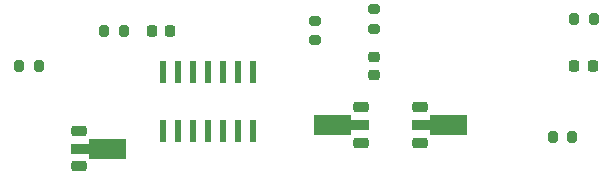
<source format=gbr>
%TF.GenerationSoftware,KiCad,Pcbnew,8.0.1*%
%TF.CreationDate,2024-03-24T23:46:15+02:00*%
%TF.ProjectId,_autosave-_autosave-Assignment 2,5f617574-6f73-4617-9665-2d5f6175746f,rev?*%
%TF.SameCoordinates,Original*%
%TF.FileFunction,Paste,Top*%
%TF.FilePolarity,Positive*%
%FSLAX46Y46*%
G04 Gerber Fmt 4.6, Leading zero omitted, Abs format (unit mm)*
G04 Created by KiCad (PCBNEW 8.0.1) date 2024-03-24 23:46:15*
%MOMM*%
%LPD*%
G01*
G04 APERTURE LIST*
G04 Aperture macros list*
%AMRoundRect*
0 Rectangle with rounded corners*
0 $1 Rounding radius*
0 $2 $3 $4 $5 $6 $7 $8 $9 X,Y pos of 4 corners*
0 Add a 4 corners polygon primitive as box body*
4,1,4,$2,$3,$4,$5,$6,$7,$8,$9,$2,$3,0*
0 Add four circle primitives for the rounded corners*
1,1,$1+$1,$2,$3*
1,1,$1+$1,$4,$5*
1,1,$1+$1,$6,$7*
1,1,$1+$1,$8,$9*
0 Add four rect primitives between the rounded corners*
20,1,$1+$1,$2,$3,$4,$5,0*
20,1,$1+$1,$4,$5,$6,$7,0*
20,1,$1+$1,$6,$7,$8,$9,0*
20,1,$1+$1,$8,$9,$2,$3,0*%
%AMFreePoly0*
4,1,9,3.862500,-0.866500,0.737500,-0.866500,0.737500,-0.450000,-0.737500,-0.450000,-0.737500,0.450000,0.737500,0.450000,0.737500,0.866500,3.862500,0.866500,3.862500,-0.866500,3.862500,-0.866500,$1*%
G04 Aperture macros list end*
%ADD10RoundRect,0.225000X-0.225000X-0.250000X0.225000X-0.250000X0.225000X0.250000X-0.225000X0.250000X0*%
%ADD11RoundRect,0.225000X0.225000X0.250000X-0.225000X0.250000X-0.225000X-0.250000X0.225000X-0.250000X0*%
%ADD12RoundRect,0.225000X-0.425000X-0.225000X0.425000X-0.225000X0.425000X0.225000X-0.425000X0.225000X0*%
%ADD13FreePoly0,0.000000*%
%ADD14RoundRect,0.200000X0.275000X-0.200000X0.275000X0.200000X-0.275000X0.200000X-0.275000X-0.200000X0*%
%ADD15RoundRect,0.200000X0.200000X0.275000X-0.200000X0.275000X-0.200000X-0.275000X0.200000X-0.275000X0*%
%ADD16RoundRect,0.200000X-0.275000X0.200000X-0.275000X-0.200000X0.275000X-0.200000X0.275000X0.200000X0*%
%ADD17RoundRect,0.225000X-0.250000X0.225000X-0.250000X-0.225000X0.250000X-0.225000X0.250000X0.225000X0*%
%ADD18RoundRect,0.225000X0.425000X0.225000X-0.425000X0.225000X-0.425000X-0.225000X0.425000X-0.225000X0*%
%ADD19FreePoly0,180.000000*%
%ADD20R,0.508000X1.981200*%
%ADD21RoundRect,0.200000X-0.200000X-0.275000X0.200000X-0.275000X0.200000X0.275000X-0.200000X0.275000X0*%
G04 APERTURE END LIST*
D10*
%TO.C,C2*%
X126225000Y-110000000D03*
X127775000Y-110000000D03*
%TD*%
D11*
%TO.C,C3*%
X163550000Y-113000000D03*
X162000000Y-113000000D03*
%TD*%
D12*
%TO.C,Q1*%
X120050000Y-118500000D03*
D13*
X120137500Y-120000000D03*
D12*
X120050000Y-121500000D03*
%TD*%
%TO.C,Q3*%
X148912500Y-116500000D03*
D13*
X149000000Y-118000000D03*
D12*
X148912500Y-119500000D03*
%TD*%
D14*
%TO.C,R2*%
X145000000Y-109825000D03*
X145000000Y-108175000D03*
%TD*%
D15*
%TO.C,R6*%
X123825000Y-110000000D03*
X122175000Y-110000000D03*
%TD*%
D16*
%TO.C,R5*%
X140000000Y-109175000D03*
X140000000Y-110825000D03*
%TD*%
D15*
%TO.C,R7*%
X163650000Y-109000000D03*
X162000000Y-109000000D03*
%TD*%
D17*
%TO.C,C1*%
X145000000Y-112225000D03*
X145000000Y-113775000D03*
%TD*%
D18*
%TO.C,Q2*%
X143950000Y-119500000D03*
D19*
X143862500Y-118000000D03*
D18*
X143950000Y-116500000D03*
%TD*%
D15*
%TO.C,R3*%
X161825000Y-119000000D03*
X160175000Y-119000000D03*
%TD*%
D20*
%TO.C,U1*%
X127190000Y-118463800D03*
X128460000Y-118463800D03*
X129730000Y-118463800D03*
X131000000Y-118463800D03*
X132270000Y-118463800D03*
X133540000Y-118463800D03*
X134810000Y-118463800D03*
X134810000Y-113536200D03*
X133540000Y-113536200D03*
X132270000Y-113536200D03*
X131000000Y-113536200D03*
X129730000Y-113536200D03*
X128460000Y-113536200D03*
X127190000Y-113536200D03*
%TD*%
D21*
%TO.C,R1*%
X115000000Y-113000000D03*
X116650000Y-113000000D03*
%TD*%
M02*

</source>
